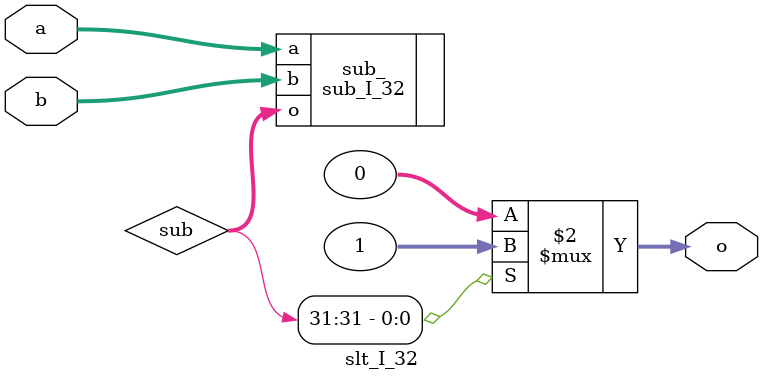
<source format=v>
module slt_I_32(
	input wire [31:0] a,
	input wire [31:0] b,
	output wire [31:0] o
);
	wire [31:0] sub;
	sub_I_32 sub_(.a(a),.b(b),.o(sub));
	assign o = (sub[31] == 1 ? 32'b1 : 32'b0);
endmodule

</source>
